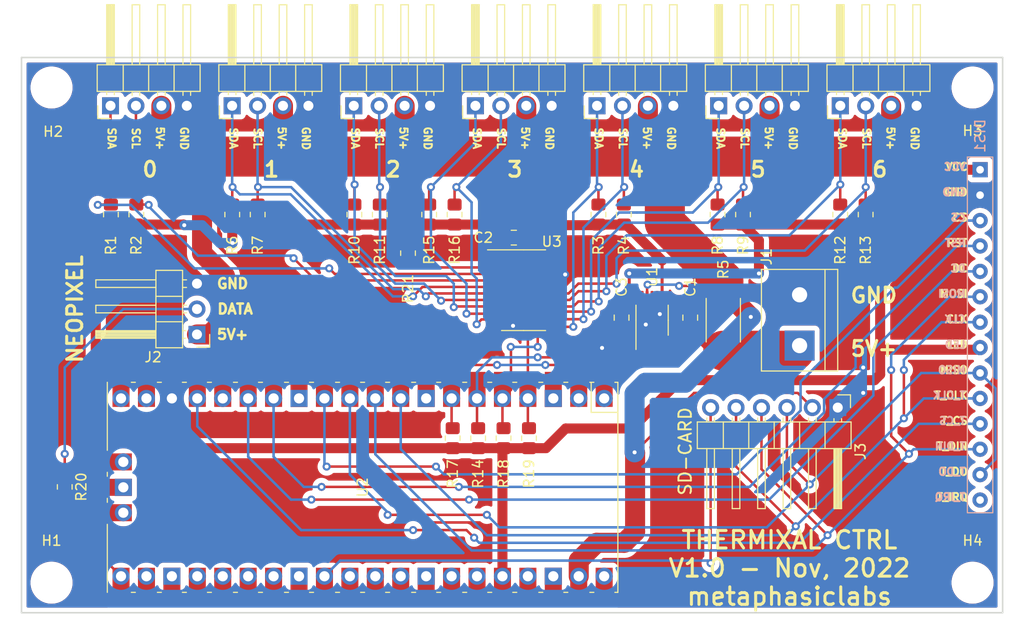
<source format=kicad_pcb>
(kicad_pcb (version 20211014) (generator pcbnew)
  (layers (0 "F.Cu" signal) (31 "B.Cu" signal) (34 "B.Paste" user) (35 "F.Paste" user) (36 "B.SilkS" user "B.Silkscreen") (37 "F.SilkS" user "F.Silkscreen") (38 "B.Mask" user) (39 "F.Mask" user) (44 "Edge.Cuts" user))
  (net 0 "")
  (net 1 "GND")
  (net 2 "+3V3")
  (net 3 "5V")
  (net 4 "SC0")
  (net 5 "SD0")
  (net 6 "SC1")
  (net 7 "SD1")
  (net 8 "SC2")
  (net 9 "SD2")
  (net 10 "SC3")
  (net 11 "SD3")
  (net 12 "SC4")
  (net 13 "SD4")
  (net 14 "SC5")
  (net 15 "SD5")
  (net 16 "SC6")
  (net 17 "SD6")
  (net 18 "SC7")
  (net 19 "SD7")
  (net 20 "SCL_1")
  (net 21 "SDA_1")
  (net 22 "RST")
  (net 23 "DC")
  (net 24 "SPI_MOSI")
  (net 25 "SPI_CLK")
  (net 26 "SPI_MISO")
  (net 27 "T_CS")
  (net 29 "/+5V_PSU")
  (net 30 "SDA_0")
  (net 31 "SCL_0")
  (net 32 "TFT_CS")
  (net 42 "Net-(J2-Pad2)")
  (net 62 "NEOPIXEL")
  (net 63 "SD_CS")
  (net 64 "Net-(R21-Pad2)")
  (footprint "Capacitor_SMD:C_0805_2012Metric_Pad1.18x1.45mm_HandSolder" (layer "F.Cu") (at 49.1775 18.008 180)
    (fp_text reference "C2")
    (fp_text value "1uF")
  )
  (footprint "Connector_PinHeader_2.54mm:PinHeader_1x04_P2.54mm_Horizontal" (layer "F.Cu") (at 8.89 4.826 90)
    (fp_text reference "J4" hide)
    (fp_text value "Conn_01x04")
  )
  (footprint "Connector_PinHeader_2.54mm:PinHeader_1x04_P2.54mm_Horizontal" (layer "F.Cu") (at 21.039666 4.826 90)
    (fp_text reference "J5" hide)
    (fp_text value "Conn_01x04")
  )
  (footprint "Connector_PinHeader_2.54mm:PinHeader_1x04_P2.54mm_Horizontal" (layer "F.Cu") (at 33.189332 4.826 90)
    (fp_text reference "J6" hide)
    (fp_text value "Conn_01x04")
  )
  (footprint "Connector_PinHeader_2.54mm:PinHeader_1x04_P2.54mm_Horizontal" (layer "F.Cu") (at 45.338998 4.826 90)
    (fp_text reference "J7" hide)
    (fp_text value "Conn_01x04")
  )
  (footprint "Connector_PinHeader_2.54mm:PinHeader_1x04_P2.54mm_Horizontal" (layer "F.Cu") (at 57.488664 4.826 90)
    (fp_text reference "J8" hide)
    (fp_text value "Conn_01x04")
  )
  (footprint "Connector_PinHeader_2.54mm:PinHeader_1x04_P2.54mm_Horizontal" (layer "F.Cu") (at 69.63833 4.826 90)
    (fp_text reference "J9" hide)
    (fp_text value "Conn_01x04")
  )
  (footprint "Connector_PinHeader_2.54mm:PinHeader_1x04_P2.54mm_Horizontal" (layer "F.Cu") (at 81.788 4.826 90)
    (fp_text reference "J10" hide)
    (fp_text value "Conn_01x04")
  )
  (footprint "Resistor_SMD:R_0805_2012Metric_Pad1.20x1.40mm_HandSolder" (layer "F.Cu") (at 8.93 15.7 90)
    (fp_text reference "R1")
    (fp_text value "2.2K")
  )
  (footprint "Resistor_SMD:R_0805_2012Metric_Pad1.20x1.40mm_HandSolder" (layer "F.Cu") (at 11.47 15.7 90)
    (fp_text reference "R2")
    (fp_text value "2.2K")
  )
  (footprint "Resistor_SMD:R_0805_2012Metric_Pad1.20x1.40mm_HandSolder" (layer "F.Cu") (at 57.628 15.7 90)
    (fp_text reference "R3")
    (fp_text value "2.2K")
  )
  (footprint "Resistor_SMD:R_0805_2012Metric_Pad1.20x1.40mm_HandSolder" (layer "F.Cu") (at 60.168 15.7 90)
    (fp_text reference "R4")
    (fp_text value "2.2K")
  )
  (footprint "Resistor_SMD:R_0805_2012Metric_Pad1.20x1.40mm_HandSolder" (layer "F.Cu") (at 21.05 15.7 90)
    (fp_text reference "R6")
    (fp_text value "2.2K")
  )
  (footprint "Resistor_SMD:R_0805_2012Metric_Pad1.20x1.40mm_HandSolder" (layer "F.Cu") (at 23.59 15.7 90)
    (fp_text reference "R7")
    (fp_text value "2.2K")
  )
  (footprint "Resistor_SMD:R_0805_2012Metric_Pad1.20x1.40mm_HandSolder" (layer "F.Cu") (at 69.53 15.7 90)
    (fp_text reference "R8")
    (fp_text value "2.2K")
  )
  (footprint "Resistor_SMD:R_0805_2012Metric_Pad1.20x1.40mm_HandSolder" (layer "F.Cu") (at 72.07 15.7 90)
    (fp_text reference "R9")
    (fp_text value "2.2K")
  )
  (footprint "Resistor_SMD:R_0805_2012Metric_Pad1.20x1.40mm_HandSolder" (layer "F.Cu") (at 33.25 15.7 90)
    (fp_text reference "R10")
    (fp_text value "2.2K")
  )
  (footprint "Resistor_SMD:R_0805_2012Metric_Pad1.20x1.40mm_HandSolder" (layer "F.Cu") (at 35.79 15.7 90)
    (fp_text reference "R11")
    (fp_text value "2.2K")
  )
  (footprint "Resistor_SMD:R_0805_2012Metric_Pad1.20x1.40mm_HandSolder" (layer "F.Cu") (at 81.78 15.7 90)
    (fp_text reference "R12")
    (fp_text value "2.2K")
  )
  (footprint "Resistor_SMD:R_0805_2012Metric_Pad1.20x1.40mm_HandSolder" (layer "F.Cu") (at 84.32 15.7 90)
    (fp_text reference "R13")
    (fp_text value "2.2K")
  )
  (footprint "Resistor_SMD:R_0805_2012Metric_Pad1.20x1.40mm_HandSolder" (layer "F.Cu") (at 38.608 19.558 -90)
    (fp_text reference "R21")
    (fp_text value "10k")
  )
  (footprint "Resistor_SMD:R_0805_2012Metric_Pad1.20x1.40mm_HandSolder" (layer "F.Cu") (at 40.72 15.7 90)
    (fp_text reference "R15")
    (fp_text value "2.2K")
  )
  (footprint "Resistor_SMD:R_0805_2012Metric_Pad1.20x1.40mm_HandSolder" (layer "F.Cu") (at 43.26 15.7 90)
    (fp_text reference "R16")
    (fp_text value "2.2K")
  )
  (footprint "Resistor_SMD:R_0805_2012Metric_Pad1.20x1.40mm_HandSolder" (layer "F.Cu") (at 48.1506 38.056 90)
    (fp_text reference "R18")
    (fp_text value "2.2K")
  )
  (footprint "Resistor_SMD:R_0805_2012Metric_Pad1.20x1.40mm_HandSolder" (layer "F.Cu") (at 50.6906 38.056 90)
    (fp_text reference "R19")
    (fp_text value "2.2K")
  )
  (footprint "MountingHole:MountingHole_3.2mm_M3" (layer "F.Cu") (at 3 52.5)
    (fp_text reference "H1")
    (fp_text value "MountingHole")
  )
  (footprint "MountingHole:MountingHole_3.2mm_M3" (layer "F.Cu") (at 3 3)
    (fp_text reference "H2")
    (fp_text value "MountingHole")
  )
  (footprint "MountingHole:MountingHole_3.2mm_M3" (layer "F.Cu") (at 95 3)
    (fp_text reference "H3")
    (fp_text value "MountingHole")
  )
  (footprint "MountingHole:MountingHole_3.2mm_M3" (layer "F.Cu") (at 95 52.5)
    (fp_text reference "H4")
    (fp_text value "MountingHole")
  )
  (footprint "Resistor_SMD:R_0805_2012Metric_Pad1.20x1.40mm_HandSolder" (layer "F.Cu") (at 43.0706 38.056 -90)
    (fp_text reference "R17")
    (fp_text value "2.2K")
  )
  (footprint "MCU_RaspberryPi_and_Boards:RPi_Pico_SMD_TH" (layer "F.Cu") (at 34.07 42.9676 -90)
    (fp_text reference "U2")
    (fp_text value "Pico")
  )
  (footprint "Resistor_SMD:R_0805_2012Metric_Pad1.20x1.40mm_HandSolder" (layer "F.Cu") (at 4.318 42.926 -90)
    (fp_text reference "R20")
    (fp_text value "500")
  )
  (footprint "Resistor_SMD:R_0805_2012Metric_Pad1.20x1.40mm_HandSolder" (layer "F.Cu") (at 45.6106 38.056 -90)
    (fp_text reference "R14")
    (fp_text value "2.2K")
  )
  (footprint "Capacitor_SMD:C_0805_2012Metric_Pad1.18x1.45mm_HandSolder" (layer "F.Cu") (at 66.798 26.006 90)
    (fp_text reference "C1")
    (fp_text value "1uF")
  )
  (footprint "Package_SO:VSSOP-10_3x3mm_P0.5mm" (layer "F.Cu") (at 62.988 26.26 90)
    (fp_text reference "U1")
    (fp_text value "INA226")
  )
  (footprint "Capacitor_SMD:C_0805_2012Metric_Pad1.18x1.45mm_HandSolder" (layer "F.Cu") (at 59.94 26.006 -90)
    (fp_text reference "C3")
    (fp_text value "1uF")
  )
  (footprint "Connector_PinHeader_2.54mm:PinHeader_1x03_P2.54mm_Horizontal" (layer "F.Cu") (at 17.526 27.686 180)
    (fp_text reference "J2")
    (fp_text value "Conn_01x03")
  )
  (footprint "Resistor_SMD:R_2512_6332Metric_Pad1.40x3.35mm_HandSolder" (layer "F.Cu") (at 70.1 26.26 -90)
    (fp_text reference "R5")
    (fp_text value "?")
  )
  (footprint "Connector_PinHeader_2.54mm:PinHeader_1x06_P2.54mm_Horizontal" (layer "F.Cu") (at 81.534 34.995 -90)
    (fp_text reference "J3")
    (fp_text value "Conn_01x06")
  )
  (footprint "Package_SO:TSSOP-24_4.4x7.8mm_P0.65mm" (layer "F.Cu") (at 50.15 23.26)
    (fp_text reference "U3")
    (fp_text value "TCA9548APWR")
  )
  (footprint "TerminalBlock:TerminalBlock_bornier-2_P5.08mm" (layer "F.Cu") (at 77.72 28.8 90)
    (fp_text reference "J1")
    (fp_text value "Conn_01x02")
  )
  (footprint "General:TFT_SPI" (layer "B.Cu") (at 95.75 11.22 -90)
    (fp_text reference "DIS1")
    (fp_text value "TFT_SPI")
  )
  (gr_line locked (start 98 0) (end 98 55.5) (layer "Edge.Cuts") (width 0.15))
  (gr_line locked (start 98 55.5) (end 0 55.5) (layer "Edge.Cuts") (width 0.15))
  (gr_line locked (start 0 55.5) (end 0 0) (layer "Edge.Cuts") (width 0.15))
  (gr_line locked (start 0 0) (end 98 0) (layer "Edge.Cuts") (width 0.15))
  (gr_text "RST" (at 93.271572 18.542) (layer "B.SilkS") (effects (font (size 0.75 0.75) (thickness 0.1875)) (justify mirror)))
  (gr_text "GND" (at 93.146572 13.462) (layer "B.SilkS") (effects (font (size 0.75 0.75) (thickness 0.1875)) (justify mirror)))
  (gr_text "VCC" (at 93.218 10.922) (layer "B.SilkS") (effects (font (size 0.75 0.75) (thickness 0.1875)) (justify mirror)))
  (gr_text "T_CLK" (at 92.664429 33.782) (layer "B.SilkS") (effects (font (size 0.75 0.75) (thickness 0.1875)) (justify mirror)))
  (gr_text "T_DIN" (at 92.771572 38.862) (layer "B.SilkS") (effects (font (size 0.75 0.75) (thickness 0.1875)) (justify mirror)))
  (gr_text "T_CS" (at 92.985857 36.322) (layer "B.SilkS") (effects (font (size 0.75 0.75) (thickness 0.1875)) (justify mirror)))
  (gr_text "CLK\n" (at 93.235857 26.162) (layer "B.SilkS") (effects (font (size 0.75 0.75) (thickness 0.1875)) (justify mirror)))
  (gr_text "MOSI\n" (at 92.932286 23.622) (layer "B.SilkS") (effects (font (size 0.75 0.75) (thickness 0.1875)) (justify mirror)))
  (gr_text "T_DO" (at 92.950143 41.402) (layer "B.SilkS") (effects (font (size 0.75 0.75) (thickness 0.1875)) (justify mirror)))
  (gr_text "DC" (at 93.539429 21.082) (layer "B.SilkS") (effects (font (size 0.75 0.75) (thickness 0.1875)) (justify mirror)))
  (gr_text "MISO" (at 92.932286 31.242) (layer "B.SilkS") (effects (font (size 0.75 0.75) (thickness 0.1875)) (justify mirror)))
  (gr_text "LED" (at 93.271572 28.702) (layer "B.SilkS") (effects (font (size 0.75 0.75) (thickness 0.1875)) (justify mirror)))
  (gr_text "CS" (at 93.557286 16.002) (layer "B.SilkS") (effects (font (size 0.75 0.75) (thickness 0.1875)) (justify mirror)))
  (gr_text "T_IRQ\n" (at 92.771572 43.942) (layer "B.SilkS") (effects (font (size 0.75 0.75) (thickness 0.1875)) (justify mirror)))
  (gr_text "2" (at 37.13 11.19) (layer "F.SilkS") (effects (font (size 1.5 1.5) (thickness 0.3))))
  (gr_text "GND" (at 93.339 13.462) (layer "F.SilkS") (effects (font (size 0.75 0.75) (thickness 0.1875))))
  (gr_text "3" (at 49.28 11.19) (layer "F.SilkS") (effects (font (size 1.5 1.5) (thickness 0.3))))
  (gr_text "MISO" (at 93.124714 31.242) (layer "F.SilkS") (effects (font (size 0.75 0.75) (thickness 0.1875))))
  (gr_text "RST" (at 93.464 18.542) (layer "F.SilkS") (effects (font (size 0.75 0.75) (thickness 0.1875))))
  (gr_text "MOSI\n" (at 93.124714 23.622) (layer "F.SilkS") (effects (font (size 0.75 0.75) (thickness 0.1875))))
  (gr_text "LED" (at 93.464 28.702) (layer "F.SilkS") (effects (font (size 0.75 0.75) (thickness 0.1875))))
  (gr_text "GND\n" (at 85.14 23.776) (layer "F.SilkS") (effects (font (size 1.5 1.5) (thickness 0.3))))
  (gr_text "CS" (at 93.749714 16.002) (layer "F.SilkS") (effects (font (size 0.75 0.75) (thickness 0.1875))))
  (gr_text "6" (at 85.73 11.19) (layer "F.SilkS") (effects (font (size 1.5 1.5) (thickness 0.3))))
  (gr_text "DC" (at 93.731857 21.082) (layer "F.SilkS") (effects (font (size 0.75 0.75) (thickness 0.1875))))
  (gr_text "T_IRQ\n" (at 92.964 43.942) (layer "F.SilkS") (effects (font (size 0.75 0.75) (thickness 0.1875))))
  (gr_text "GND\n\n5V+\n\nSCL\n\nSDA" (at 24.791666 8.08 270) (layer "F.SilkS") (effects (font (size 0.75 0.75) (thickness 0.1875))))
  (gr_text "GND\n\n5V+\n\nSCL\n\nSDA" (at 36.953332 8.08 270) (layer "F.SilkS") (effects (font (size 0.75 0.75) (thickness 0.1875))))
  (gr_text "VCC" (at 93.410428 10.922) (layer "F.SilkS") (effects (font (size 0.75 0.75) (thickness 0.1875))))
  (gr_text "0" (at 12.83 11.19) (layer "F.SilkS") (effects (font (size 1.5 1.5) (thickness 0.3))))
  (gr_text "T_DIN" (at 92.964 38.862) (layer "F.SilkS") (effects (font (size 0.75 0.75) (thickness 0.1875))))
  (gr_text "GND\n\n5V+\n\nSCL\n\nSDA" (at 73.43833 8.08 270) (layer "F.SilkS") (effects (font (size 0.75 0.75) (thickness 0.1875))))
  (gr_text "GND\n\n5V+\n\nSCL\n\nSDA" (at 12.63 8.08 270) (layer "F.SilkS") (effects (font (size 0.75 0.75) (thickness 0.1875))))
  (gr_text "1" (at 24.98 11.19) (layer "F.SilkS") (effects (font (size 1.5 1.5) (thickness 0.3))))
  (gr_text "T_CLK" (at 92.856857 33.782) (layer "F.SilkS") (effects (font (size 0.75 0.75) (thickness 0.1875))))
  (gr_text "GND\n\n5V+\n\nSCL\n\nSDA" (at 85.6 8.08 270) (layer "F.SilkS") (effects (font (size 0.75 0.75) (thickness 0.1875))))
  (gr_text "DATA" (at 21.336 25.146) (layer "F.SilkS") (effects (font (size 1 1) (thickness 0.25))))
  (gr_text "5" (at 73.58 11.19) (layer "F.SilkS") (effects (font (size 1.5 1.5) (thickness 0.3))))
  (gr_text "SD-CARD" (at 66.294 39.37 90) (layer "F.SilkS") (effects (font (size 1.25 1.25) (thickness 0.1875))))
  (gr_text "NEOPIXEL" (at 5.334 25.146 90) (layer "F.SilkS") (effects (font (size 1.5 1.5) (thickness 0.3))))
  (gr_text "T_CS" (at 93.178285 36.322) (layer "F.SilkS") (effects (font (size 0.75 0.75) (thickness 0.1875))))
  (gr_text "T_DO" (at 93.142571 41.402) (layer "F.SilkS") (effects (font (size 0.75 0.75) (thickness 0.1875))))
  (gr_text "5V+" (at 85.14 29.11) (layer "F.SilkS") (effects (font (size 1.5 1.5) (thickness 0.3))))
  (gr_text "GND\n\n5V+\n\nSCL\n\nSDA" (at 61.276664 8.08 270) (layer "F.SilkS") (effects (font (size 0.75 0.75) (thickness 0.1875))))
  (gr_text "CLK\n" (at 93.428285 26.162) (layer "F.SilkS") (effects (font (size 0.75 0.75) (thickness 0.1875))))
  (gr_text "GND\n" (at 21.082 22.606) (layer "F.SilkS") (effects (font (size 1 1) (thickness 0.25))))
  (gr_text "4" (at 61.43 11.19) (layer "F.SilkS") (effects (font (size 1.5 1.5) (thickness 0.3))))
  (gr_text "GND\n\n5V+\n\nSCL\n\nSDA" (at 49.114998 8.08 270) (layer "F.SilkS") (effects (font (size 0.75 0.75) (thickness 0.1875))))
  (gr_text "THERMIXAL CTRL\nV1.0 - Nov, 2022\nmetaphasiclabs\n" (at 76.708 51.054) (layer "F.SilkS") (effects (font (size 1.75 1.75) (thickness 0.3))))
  (gr_text "5V+" (at 21.082 27.686) (layer "F.SilkS") (effects (font (size 1 1) (thickness 0.25))))
  (segment (start 47.975361 26.835) (end 47.2875 26.835) (width 0.25) (layer "F.Cu") (net 1))
  (segment (start 49.0982 25.712161) (end 48.33988 26.47048) (width 0.25) (layer "F.Cu") (net 1))
  (segment (start 47.2875 19.685) (end 47.2875 20.335) (width 0.25) (layer "F.Cu") (net 1))
  (segment (start 57.9882 28.9953) (end 59.94 27.0435) (width 0.25) (layer "F.Cu") (net 1))
  (segment (start 47.244 19.6415) (end 47.2875 19.685) (width 0.25) (layer "F.Cu") (net 1))
  (segment (start 47.244 18.904) (end 47.244 19.6415) (width 0.25) (layer "F.Cu") (net 1))
  (segment (start 81.534 34.995) (end 82.607 34.995) (width 0.25) (layer "F.Cu") (net 1))
  (segment (start 62.488 28.46) (end 62.488 26.8264) (width 0.25) (layer "F.Cu") (net 1))
  (segment (start 84.074 30.988) (end 84.074 30.074) (width 0.25) (layer "F.Cu") (net 1))
  (segment (start 63.488 25.379402) (end 63.758299 25.649701) (width 0.25) (layer "F.Cu") (net 1))
  (segment (start 48.14 19.0062) (end 49.0982 19.9644) (width 0.25) (layer "F.Cu") (net 1))
  (segment (start 63.488 24.06) (end 63.488 25.379402) (width 0.25) (layer "F.Cu") (net 1))
  (segment (start 62.0089 27.0435) (end 59.94 27.0435) (width 0.25) (layer "F.Cu") (net 1))
  (segment (start 53.0125 21.635) (end 54.2486 21.635) (width 0.25) (layer "F.Cu") (net 1))
  (segment (start 49.0982 19.9644) (end 49.0982 25.712161) (width 0.25) (layer "F.Cu") (net 1))
  (segment (start 84.074 30.074) (end 77.72 23.72) (width 0.25) (layer "F.Cu") (net 1))
  (segment (start 61.988 28.46) (end 61.988 27.0644) (width 0.25) (layer "F.Cu") (net 1))
  (segment (start 54.2486 21.635) (end 54.3052 21.6916) (width 0.25) (layer "F.Cu") (net 1))
  (segment (start 48.33988 26.47048) (end 48.6918 26.8224) (width 0.25) (layer "F.Cu") (net 1))
  (segment (start 57.9882 29.0322) (end 57.9882 28.9953) (width 0.25) (layer "F.Cu") (net 1))
  (segment (start 48.14 18.008) (end 47.244 18.904) (width 0.25) (layer "F.Cu") (net 1))
  (segment (start 48.33988 26.47048) (end 47.975361 26.835) (width 0.25) (layer "F.Cu") (net 1))
  (segment (start 48.6918 26.8224) (end 49.0982 26.8224) (width 0.25) (layer "F.Cu") (net 1))
  (segment (start 62.488 26.8264) (end 62.357 26.6954) (width 0.25) (layer "F.Cu") (net 1))
  (segment (start 61.988 27.0644) (end 62.0089 27.0435) (width 0.25) (layer "F.Cu") (net 1))
  (segment (start 82.607 34.995) (end 84.074 33.528) (width 0.25) (layer "F.Cu") (net 1))
  (segment (start 48.14 18.008) (end 48.14 19.0062) (width 0.25) (layer "F.Cu") (net 1))
  (segment (start 62.357 26.6954) (end 62.0089 27.0435) (width 0.25) (layer "F.Cu") (net 1))
  (via (at 49.0982 26.8224) (size 0.8) (drill 0.4) (layers "F.Cu" "B.Cu") (net 1))
  (via (at 54.3052 21.6916) (size 0.8) (drill 0.4) (layers "F.Cu" "B.Cu") (net 1))
  (via (at 62.357 26.6954) (size 0.8) (drill 0.4) (layers "F.Cu" "B.Cu") (net 1))
  (via (at 57.9882 29.0322) (size 0.8) (drill 0.4) (layers "F.Cu" "B.Cu") (net 1))
  (via (at 84.074 33.528) (size 0.8) (drill 0.4) (layers "F.Cu" "B.Cu") (net 1))
  (via (at 63.758299 25.649701) (size 0.8) (drill 0.4) (layers "F.Cu" "B.Cu") (net 1))
  (via (at 84.074 30.988) (size 0.8) (drill 0.4) (layers "F.Cu" "B.Cu") (net 1))
  (segment (start 53.213 29.083) (end 50.9524 26.8224) (width 0.25) (layer "B.Cu") (net 1))
  (segment (start 76.9108 22.9108) (end 67.2846 22.9108) (width 0.25) (layer "B.Cu") (net 1))
  (segment (start 54.3052 28.2956) (end 53.5178 29.083) (width 0.25) (layer "B.Cu") (net 1))
  (segment (start 57.9374 29.083) (end 53.5178 29.083) (width 0.25) (layer "B.Cu") (net 1))
  (segment (start 57.9882 29.0322) (end 57.9374 29.083) (width 0.25) (layer "B.Cu") (net 1))
  (segment (start 77.72 23.72) (end 76.9108 22.9108) (width 0.25) (layer "B.Cu") (net 1))
  (segment (start 54.3052 21.6916) (end 54.3052 28.2956) (width 0.25) (layer "B.Cu") (net 1))
  (segment (start 63.758299 25.649701) (end 64.029298 25.9207) (width 0.25) (layer "B.Cu") (net 1))
  (segment (start 64.2747 25.9207) (end 63.5 26.6954) (width 0.25) (layer "B.Cu") (net 1))
  (segment (start 50.9524 26.8224) (end 49.0982 26.8224) (width 0.25) (layer "B.Cu") (net 1))
  (segment (start 64.029298 25.9207) (end 64.2747 25.9207) (width 0.25) (layer "B.Cu") (net 1))
  (segment (start 67.2846 22.9108) (end 64.2747 25.9207) (width 0.25) (layer "B.Cu") (net 1))
  (segment (start 84.074 33.528) (end 84.074 30.988) (width 0.25) (layer "B.Cu") (net 1))
  (segment (start 53.5178 29.083) (end 53.213 29.083) (width 0.25) (layer "B.Cu") (net 1))
  (segment (start 63.5 26.6954) (end 62.357 26.6954) (width 0.25) (layer "B.Cu") (net 1))
  (segment (start 85.207922 32.258) (end 65.786 32.258) (width 1) (layer "F.Cu") (net 2))
  (segment (start 50.215 16.841) (end 50.292 16.764) (width 1) (layer "F.Cu") (net 2))
  (segment (start 15.942 39.056) (end 13.462 36.576) (width 1) (layer "F.Cu") (net 2))
  (segment (start 21.05 18.51) (end 21.05 16.7) (width 1) (layer "F.Cu") (net 2))
  (segment (start 84.32 16.7) (end 90.868 16.7) (width 1) (layer "F.Cu") (net 2))
  (segment (start 7.4168 34.8742) (end 7.4168 18.2132) (width 1) (layer "F.Cu") (net 2))
  (segment (start 43.0706 39.056) (end 15.942 39.056) (width 1) (layer "F.Cu") (net 2))
  (segment (start 60.706 24.2025) (end 59.94 24.9685) (width 0.3) (layer "F.Cu") (net 2))
  (segment (start 63.988 20.3) (end 63.988 24.06) (width 0.3) (layer "F.Cu") (net 2))
  (segment (start 60.96 37.084) (end 54.356 37.084) (width 1) (layer "F.Cu") (net 2))
  (segment (start 38.608 19.066) (end 38.608 16.8) (width 1) (layer "F.Cu") (net 2))
  (segment (start 60.388 16.7) (end 62.611 18.923) (width 1) (layer "F.Cu") (net 2))
  (segment (start 45.784 16.7) (end 46.99 15.494) (width 1) (layer "F.Cu") (net 2))
  (segment (start 72.07 16.7) (end 81.78 16.7) (width 1) (layer "F.Cu") (net 2))
  (segment (start 45.6106 39.056) (end 48.1506 39.056) (width 1) (layer "F.Cu") (net 2))
  (segment (start 52.832 16.764) (end 52.832 19.43548) (width 1) (layer "F.Cu") (net 2))
  (segment (start 60.706 21.59) (end 60.7314 21.5646) (width 1) (layer "F.Cu") (net 2))
  (segment (start 81.78 16.7) (end 84.32 16.7) (width 1) (layer "F.Cu") (net 2))
  (segment (start 43.0706 39.056) (end 45.6106 39.056) (width 1) (layer "F.Cu") (net 2))
  (segment (start 50.215 16.179) (end 50.215 18.008) (width 1) (layer "F.Cu") (net 2))
  (segment (start 73.66 18.29) (end 72.07 16.7) (width 1) (layer "F.Cu") (net 2))
  (segment (start 21.082 18.542) (end 21.05 18.51) (width 1) (layer "F.Cu") (net 2))
  (segment (start 60.706 21.59) (end 60.706 24.2025) (width 0.3) (layer "F.Cu") (net 2))
  (segment (start 49.53 15.494) (end 50.215 16.179) (width 1) (layer "F.Cu") (net 2))
  (segment (start 9.1186 36.576) (end 7.4168 34.8742) (width 1) (layer "F.Cu") (net 2))
  (segment (start 43.26 16.7) (end 45.784 16.7) (width 1) (layer "F.Cu") (net 2))
  (segment (start 16.192 16.7) (end 11.47 16.7) (width 1) (layer "F.Cu") (net 2))
  (segment (start 8.93 16.7) (end 11.47 16.7) (width 1) (layer "F.Cu") (net 2))
  (segment (start 52.384 39.056) (end 50.6906 39.056) (width 1) (layer "F.Cu") (net 2))
  (segment (start 95.54 29.21) (end 85.852 29.21) (width 1) (layer "F.Cu") (net 2))
  (segment (start 48.1506 39.056) (end 50.6906 39.056) (width 1) (layer "F.Cu") (net 2))
  (segment (start 85.852 29.21) (end 85.768489 29.293511) (width 1) (layer "F.Cu") (net 2))
  (segment (start 60.7314 21.5646) (end 63.7032 21.5646) (width 0.3) (layer "F.Cu") (net 2))
  (segment (start 35.79 16.7) (end 40.72 16.7) (width 1) (layer "F.Cu") (net 2))
  (segment (start 23.59 16.7) (end 33.25 16.7) (width 1) (layer "F.Cu") (net 2))
  (segment (start 7.4168 18.2132) (end 8.93 16.7) (width 1) (layer "F.Cu") (net 2))
  (segment (start 35.79 16.7) (end 33.25 16.7) (width 1) (layer "F.Cu") (net 2))
  (segment (start 40.72 16.7) (end 43.26 16.7) (width 1) (layer "F.Cu") (net 2))
  (segment (start 48.04 51.8576) (end 48.04 39.1666) (width 1) (layer "F.Cu") (net 2))
  (segment (start 62.611 18.923) (end 63.988 20.3) (width 1) (layer "F.Cu") (net 2))
  (segment (start 13.462 36.576) (end 9.1186 36.576) (width 1) (layer "F.Cu") (net 2))
  (segment (start 60.168 16.7) (end 60.388 16.7) (width 1) (layer "F.Cu") (net 2))
  (segment (start 54.356 37.084) (end 52.384 39.056) (width 1) (layer "F.Cu") (net 2))
  (segment (start 85.768489 22.217511) (end 85.768489 29.293511) (width 1) (layer "F.Cu") (net 2))
  (segment (start 57.564 16.764) (end 57.628 16.7) (width 1) (layer "F.Cu") (net 2))
  (segment (start 92.92 11.22) (end 95.75 11.22) (width 1) (layer "F.Cu") (net 2))
  (segment (start 95.75 29) (end 95.54 29.21) (width 1) (layer "F.Cu") (net 2))
  (segment (start 85.768489 31.697433) (end 85.207922 32.258) (width 1) (layer "F.Cu") (net 2))
  (segment (start 50.292 16.764) (end 52.832 16.764) (width 1) (layer "F.Cu") (net 2))
  (segment (start 46.99 15.494) (end 49.53 15.494) (width 1) (layer "F.Cu") (net 2))
  (segment (start 90.868 16.7) (end 91.077 16.909) (width 1) (layer "F.Cu") (net 2))
  (segment (start 91.077 13.063) (end 92.92 11.22) (width 1) (layer "F.Cu") (net 2))
  (segment (start 73.66 21.59) (end 73.66 18.29) (width 1) (layer "F.Cu") (net 2))
  (segment (start 48.04 39.1666) (end 48.1506 39.056) (width 1) (layer "F.Cu") (net 2))
  (segment (start 85.768489 29.293511) (end 85.768489 31.697433) (width 1) (layer "F.Cu") (net 2))
  (segment (start 65.786 32.258) (end 60.96 37.084) (width 1) (layer "F.Cu") (net 2))
  (segment (start 57.628 16.7) (end 60.168 16.7) (width 1) (layer "F.Cu") (net 2))
  (segment (start 91.077 16.909) (end 91.077 13.063) (width 1) (layer "F.Cu") (net 2))
  (segment (start 16.256 16.764) (end 16.192 16.7) (width 1) (layer "F.Cu") (net 2))
  (segment (start 21.05 16.7) (end 23.59 16.7) (width 1) (layer "F.Cu") (net 2))
  (segment (start 91.077 16.909) (end 85.768489 22.217511) (width 1) (layer "F.Cu") (net 2))
  (segment (start 38.608 16.8) (end 38.708 16.7) (width 1) (layer "F.Cu") (net 2))
  (segment (start 52.832 16.764) (end 57.564 16.764) (width 1) (layer "F.Cu") (net 2))
  (segment (start 50.215 18.008) (end 50.215 16.841) (width 1) (layer "F.Cu") (net 2))
  (segment (start 38.708 16.7) (end 40.72 16.7) (width 1) (layer "F.Cu") (net 2))
  (segment (start 72.07 16.7) (end 69.53 16.7) (width 1) (layer "F.Cu") (net 2))
  (via (at 73.66 21.59) (size 0.8) (drill 0.4) (layers "F.Cu" "B.Cu") (net 2))
  (via (at 16.256 16.764) (size 0.8) (drill 0.4) (layers "F.Cu" "B.Cu") (net 2))
  (via (at 21.082 18.542) (size 0.8) (drill 0.4) (layers "F.Cu" "B.Cu") (net 2))
  (via (at 60.706 21.59) (size 0.8) (drill 0.4) (layers "F.Cu" "B.Cu") (net 2))
  (segment (start 16.256 16.764) (end 18.034 16.764) (width 1) (layer "B.Cu") (net 2))
  (segment (start 19.812 18.542) (end 21.082 18.542) (width 1) (layer "B.Cu") (net 2))
  (segment (start 60.706 21.59) (end 73.66 21.59) (width 1) (layer "B.Cu") (net 2))
  (segment (start 18.034 16.764) (end 19.812 18.542) (width 1) (layer "B.Cu") (net 2))
  (segment (start 64.262 16.51) (end 64.262 9.906) (width 4) (layer "F.Cu") (net 3))
  (segment (start 51.054 9.906) (end 64.262 9.906) (width 4) (layer "F.Cu") (net 3))
  (segment (start 18.796 27.686) (end 20.32 26.162) (width 2) (layer "F.Cu") (net 3))
  (segment (start 78.994 34.995) (end 77.527 33.528) (width 0.25) (layer "F.Cu") (net 3))
  (segment (start 20.32 26.162) (end 20.32 21.844) (width 2) (layer "F.Cu") (net 3))
  (segment (start 18.288 9.906) (end 25.908 9.906) (width 4) (layer "F.Cu") (net 3))
  (segment (start 74.71833 9.44033) (end 75.184 9.906) (width 2) (layer "F.Cu") (net 3))
  (segment (start 77.527 33.528) (end 67.183 33.528) (width 0.25) (layer "F.Cu") (net 3))
  (segment (start 62.568664 4.826) (end 62.568664 8.212664) (width 2) (layer "F.Cu") (net 3))
  (segment (start 64.262 9.906) (end 75.184 9.906) (width 4) (layer "F.Cu") (net 3))
  (segment (start 66.798 24.896) (end 68.484 23.21) (width 1) (layer "F.Cu") (net 3))
  (segment (start 61.2902 39.5224) (end 61.2902 47.4218) (width 2) (layer "F.Cu") (net 3))
  (segment (start 38.269332 4.826) (end 38.269332 9.313332) (width 2) (layer "F.Cu") (net 3))
  (segment (start 18.034 10.16) (end 18.288 9.906) (width 2) (layer "F.Cu") (net 3))
  (segment (start 68.6689 20.9169) (end 64.262 16.51) (width 4) (layer "F.Cu") (net 3))
  (segment (start 13.97 9.906) (end 18.288 9.906) (width 4) (layer "F.Cu") (net 3))
  (segment (start 65.6844 22.8346) (end 66.7512 22.8346) (width 0.25) (layer "F.Cu") (net 3))
  (segment (start 62.488 22.7544) (end 62.5348 22.7076) (width 0.25) (layer "F.Cu") (net 3))
  (segment (start 18.034 19.558) (end 18.034 10.16) (width 2) (layer "F.Cu") (net 3))
  (segment (start 50.418998 4.826) (end 50.418998 9.270998) (width 2) (layer "F.Cu") (net 3))
  (segment (start 61.2902 47.4218) (end 60.198 48.514) (width 2) (layer "F.Cu") (net 3))
  (segment (start 86.868 9.906) (end 86.868 4.826) (width 2) (layer "F.Cu") (net 3))
  (segment (start 72.8472 25.9334) (end 72.8234 25.9334) (width 2) (layer "F.Cu") (net 3))
  (segment (start 38.269332 9.313332) (end 38.862 9.906) (width 2) (layer "F.Cu") (net 3))
  (segment (start 38.862 9.906) (end 51.054 9.906) (width 4) (layer "F.Cu") (net 3))
  (segment (start 57.444578 48.514) (end 55.66 50.298578) (width 2) (layer "F.Cu") (net 3))
  (segment (start 62.568664 8.212664) (end 64.262 9.906) (width 2) (layer "F.Cu") (net 3))
  (segment (start 17.526 27.686) (end 18.796 27.686) (width 2) (layer "F.Cu") (net 3))
  (segment (start 62.488 24.06) (end 62.488 22.7544) (width 0.25) (layer "F.Cu") (net 3))
  (segment (start 72.8234 25.9334) (end 70.1 23.21) (width 2) (layer "F.Cu") (net 3))
  (segment (start 75.184 9.906) (end 86.868 9.906) (width 4) (layer "F.Cu") (net 3))
  (segment (start 55.66 50.298578) (end 55.66 51.8576) (width 2) (layer "F.Cu") (net 3))
  (segment (start 70.1 23.21) (end 70.1 22.348) (width 4) (layer "F.Cu") (net 3))
  (segment (start 70.1 22.348) (end 68.6689 20.9169) (width 4) (layer "F.Cu") (net 3))
  (segment (start 67.183 33.528) (end 61.2394 39.4716) (width 0.25) (layer "F.Cu") (net 3))
  (segment (start 26.119666 4.826) (end 26.119666 9.694334) (width 2) (layer "F.Cu") (net 3))
  (segment (start 26.119666 9.694334) (end 25.908 9.906) (width 2) (layer "F.Cu") (net 3))
  (segment (start 25.908 9.906) (end 38.862 9.906) (width 4) (layer "F.Cu") (net 3))
  (segment (start 66.7512 22.8346) (end 68.6689 20.9169) (width 0.25) (layer "F.Cu") (net 3))
  (segment (start 74.71833 4.826) (end 74.71833 9.44033) (width 2) (layer "F.Cu") (net 3))
  (segment (start 50.418998 9.270998) (end 51.054 9.906) (width 2) (layer "F.Cu") (net 3))
  (segment (start 20.32 21.844) (end 18.034 19.558) (width 2) (layer "F.Cu") (net 3))
  (segment (start 13.97 4.826) (end 13.97 9.906) (width 2) (layer "F.Cu") (net 3))
  (segment (start 60.198 48.514) (end 57.444578 48.514) (width 2) (layer "F.Cu") (net 3))
  (segment (start 61.2394 39.4716) (end 61.2902 39.5224) (width 2) (layer "F.Cu") (net 3))
  (via (at 62.5348 22.7076) (size 0.8) (drill 0.4) (layers "F.Cu" "B.Cu") (net 3))
  (via (at 61.2394 39.4716) (size 0.8) (drill 0.4) (layers "F.Cu" "B.Cu") (net 3))
  (via (at 72.8472 25.9334) (size 0.8) (drill 0.4) (layers "F.Cu" "B.Cu") (net 3))
  (via (at 65.6844 22.8346) (size 0.8) (drill 0.4) (layers "F.Cu" "B.Cu") (net 3))
  (segment (start 72.8472 25.9334) (end 72.8472 25.9588) (width 2) (layer "B.Cu") (net 3))
  (segment (start 72.8472 25.9588) (end 66.294 32.512) (width 2) (layer "B.Cu") (net 3))
  (segment (start 62.3316 32.512) (end 61.2394 33.6042) (width 2) (layer "B.Cu") (net 3))
  (segment (start 62.5348 22.7076) (end 65.5574 22.7076) (width 0.25) (layer "B.Cu") (net 3))
  (segment (start 61.2394 33.6042) (end 61.2394 39.4716) (width 2) (layer "B.Cu") (net 3))
  (segment (start 65.5574 22.7076) (end 65.6844 22.8346) (width 0.25) (layer "B.Cu") (net 3))
  (segment (start 66.294 32.512) (end 62.3316 32.512) (width 2) (layer "B.Cu") (net 3))
  (segment (start 11.43 14.66) (end 11.43 4.826) (width 0.25) (layer "F.Cu") (net 4))
  (segment (start 29.397 22.285) (end 47.2875 22.285) (width 0.25) (layer "F.Cu") (net 4))
  (segment (start 12.668 14.7) (end 11.47 14.7) (width 0.25) (layer "F.Cu") (net 4))
  (segment (start 27.178 20.066) (end 29.397 22.285) (width 0.25) (layer "F.Cu") (net 4))
  (segment (start 11.47 14.7) (end 11.43 14.66) (width 0.25) (layer "F.Cu") (net 4))
  (segment (start 12.7 14.732) (end 12.668 14.7) (width 0.25) (layer "F.Cu") (net 4))
  (via (at 27.178 20.066) (size 0.8) (drill 0.4) (layers "F.Cu" "B.Cu") (net 4))
  (via (at 12.7 14.732) (size 0.8) (drill 0.4) (layers "F.Cu" "B.Cu") (net 4))
  (segment (start 12.7 14.732) (end 12.7 14.882047) (width 0.25) (layer "B.Cu") (net 4))
  (segment (start 26.924 19.812) (end 27.178 20.066) (width 0.25) (layer "B.Cu") (net 4))
  (segment (start 12.7 14.882047) (end 17.629953 19.812) (width 0.25) (layer "B.Cu") (net 4))
  (segment (start 17.629953 19.812) (end 26.924 19.812) (width 0.25) (layer "B.Cu") (net 4))
  (segment (start 8.89 14.66) (end 8.89 4.826) (width 0.25) (layer "F.Cu") (net 5))
  (segment (start 7.62 14.732) (end 7.652 14.7) (width 0.25) (layer "F.Cu") (net 5))
  (segment (start 7.652 14.7) (end 8.93 14.7) (width 0.25) (layer "F.Cu") (net 5))
  (segment (start 8.93 14.7) (end 8.89 14.66) (width 0.25) (layer "F.Cu") (net 5))
  (segment (start 30.734 21.082) (end 31.287 21.635) (width 0.25) (layer "F.Cu") (net 5))
  (segment (start 31.287 21.635) (end 47.2875 21.635) (width 0.25) (layer "F.Cu") (net 5))
  (via (at 7.62 14.732) (size 0.8) (drill 0.4) (layers "F.Cu" "B.Cu") (net 5))
  (via (at 30.734 21.082) (size 0.8) (drill 0.4) (layers "F.Cu" "B.Cu") (net 5))
  (segment (start 10.922 14.732) (end 17.272 21.082) (width 0.25) (layer "B.Cu") (net 5))
  (segment (start 17.272 21.082) (end 30.734 21.082) (width 0.25) (layer "B.Cu") (net 5))
  (segment (start 7.62 14.732) (end 10.922 14.732) (width 0.25) (layer "B.Cu") (net 5))
  (segment (start 40.386 23.876) (end 40.677 23.585) (width 0.25) (layer "F.Cu") (net 6))
  (segment (start 23.59 14.7) (end 23.59 12.986) (width 0.25) (layer "F.Cu") (net 6))
  (segment (start 23.59 12.986) (end 23.622 12.954) (width 0.25) (layer "F.Cu") (net 6))
  (segment (start 40.677 23.585) (end 47.2875 23.585) (width 0.25) (layer "F.Cu") (net 6))
  (via (at 40.386 23.876) (size 0.8) (drill 0.4) (layers "F.Cu" "B.Cu") (net 6))
  (via (at 23.622 12.954) (size 0.8) (drill 0.4) (layers "F.Cu" "B.Cu") (net 6))
  (segment (start 23.622 12.954) (end 23.579666 12.911666) (width 0.25) (layer "B.Cu") (net 6))
  (segment (start 37.121489 23.151489) (end 26.924 12.954) (width 0.25) (layer "B.Cu") (net 6))
  (segment (start 39.661489 23.151489) (end 37.121489 23.151489) (width 0.25) (layer "B.Cu") (net 6))
  (segment (start 23.579666 12.911666) (end 23.579666 4.826) (width 0.25) (layer "B.Cu") (net 6))
  (segment (start 40.386 23.876) (end 39.661489 23.151489) (width 0.25) (layer "B.Cu") (net 6))
  (segment (start 26.924 12.954) (end 23.622 12.954) (width 0.25) (layer "B.Cu") (net 6))
  (segment (start 21.05 14.7) (end 21.05 12.986) (width 0.25) (layer "F.Cu") (net 7))
  (segment (start 39.116 23.876) (end 40.057 22.935) (width 0.25) (layer "F.Cu") (net 7))
  (segment (start 21.05 12.986) (end 21.082 12.954) (width 0.25) (layer "F.Cu") (net 7))
  (segment (start 40.057 22.935) (end 47.2875 22.935) (width 0.25) (layer "F.Cu") (net 7))
  (via (at 21.082 12.954) (size 0.8) (drill 0.4) (layers "F.Cu" "B.Cu") (net 7))
  (via (at 39.116 23.876) (size 0.8) (drill 0.4) (layers "F.Cu" "B.Cu") (net 7))
  (segment (start 37.084 23.876) (end 26.886511 13.678511) (width 0.25) (layer "B.Cu") (net 7))
  (segment (start 21.039666 12.911666) (end 21.039666 4.826) (width 0.25) (layer "B.Cu") (net 7))
  (segment (start 21.082 12.954) (end 21.039666 12.911666) (width 0.25) (layer "B.Cu") (net 7))
  (segment (start 39.116 23.876) (end 37.084 23.876) (width 0.25) (layer "B.Cu") (net 7))
  (segment (start 21.806511 13.678511) (end 21.082 12.954) (width 0.25) (layer "B.Cu") (net 7))
  (segment (start 26.886511 13.678511) (end 21.806511 13.678511) (width 0.25) (layer "B.Cu") (net 7))
  (segment (start 43.2545 24.885) (end 47.2875 24.885) (width 0.25) (layer "F.Cu") (net 8))
  (segment (start 35.79 12.978) (end 35.814 12.954) (width 0.25) (layer "F.Cu") (net 8))
  (segment (start 43.18 24.9595) (end 43.2545 24.885) (width 0.25) (layer "F.Cu") (net 8))
  (segment (start 35.79 14.7) (end 35.79 12.978) (width 0.25) (layer "F.Cu") (net 8))
  (via (at 35.814 12.954) (size 0.8) (drill 0.4) (layers "F.Cu" "B.Cu") (net 8))
  (via (at 43.18 24.9595) (size 0.8) (drill 0.4) (layers "F.Cu" "B.Cu") (net 8))
  (segment (start 35.814 12.954) (end 35.729332 12.869332) (width 0.25) (layer "B.Cu") (net 8))
  (segment (start 43.18 24.9595) (end 43.18 22.606) (width 0.25) (layer "B.Cu") (net 8))
  (segment (start 42.418 21.844) (end 37.338 21.844) (width 0.25) (layer "B.Cu") (net 8))
  (segment (start 35.814 20.32) (end 35.814 12.954) (width 0.25) (layer "B.Cu") (net 8))
  (segment (start 43.18 22.606) (end 42.418 21.844) (width 0.25) (layer "B.Cu") (net 8))
  (segment (start 37.338 21.844) (end 35.814 20.32) (width 0.25) (layer "B.Cu") (net 8))
  (segment (start 35.729332 12.869332) (end 35.729332 4.826) (width 0.25) (layer "B.Cu") (net 8))
  (segment (start 41.9845 24.235) (end 47.2875 24.235) (width 0.25) (layer "F.Cu") (net 9))
  (segment (start 33.25 14.7) (end 33.25 12.724) (width 0.25) (layer "F.Cu") (net 9))
  (segment (start 41.91 24.3095) (end 41.9845 24.235) (width 0.25) (layer "F.Cu") (net 9))
  (segment (start 33.25 12.724) (end 33.274 12.7) (width 0.25) (layer "F.Cu") (net 9))
  (via (at 33.274 12.7) (size 0.8) (drill 0.4) (layers "F.Cu" "B.Cu") (net 9))
  (via (at 41.91 24.3095) (size 0.8) (drill 0.4) (layers "F.Cu" "B.Cu") (net 9))
  (segment (start 40.2065 22.606) (end 37.338 22.606) (width 0.25) (layer "B.Cu") (net 9))
  (segment (start 37.338 22.606) (end 33.274 18.542) (width 0.25) (layer "B.Cu") (net 9))
  (segment (start 41.91 24.3095) (end 40.2065 22.606) (width 0.25) (layer "B.Cu") (net 9))
  (segment (start 33.274 18.542) (end 33.274 12.7) (width 0.25) (layer "B.Cu") (net 9))
  (segment (start 33.189332 12.615332) (end 33.189332 4.826) (width 0.25) (layer "B.Cu") (net 9))
  (segment (start 33.274 12.7) (end 33.189332 12.615332) (width 0.25) (layer "B.Cu") (net 9))
  (segment (start 45.951 26.185) (end 47.2875 26.185) (width 0.25) (layer "F.Cu") (net 10))
  (segment (start 45.466 26.67) (end 45.951 26.185) (width 0.25) (layer "F.Cu") (net 10))
  (segment (start 43.26 13.128) (end 43.434 12.954) (width 0.25) (layer "F.Cu") (net 10))
  (segment (start 43.26 14.7) (end 43.26 13.128) (width 0.25) (layer "F.Cu") (net 10))
  (via (at 45.466 26.67) (size 0.8) (drill 0.4) (layers "F.Cu" "B.Cu") (net 10))
  (via (at 43.434 12.954) (size 0.8) (drill 0.4) (layers "F.Cu" "B.Cu") (net 10))
  (segment (start 43.434 12.954) (end 47.878998 8.509002) (width 0.25) (layer "B.Cu") (net 10))
  (segment (start 45.466 26.67) (end 45.466 22.098) (width 0.25) (layer "B.Cu") (net 10))
  (segment (start 45.466 22.098) (end 44.958 21.59) (width 0.25) (layer "B.Cu") (net 10))
  (segment (start 44.958 14.478) (end 43.434 12.954) (width 0.25) (layer "B.Cu") (net 10))
  (segment (start 47.878998 8.509002) (end 47.878998 4.826) (width 0.25) (layer "B.Cu") (net 10))
  (segment (start 44.958 21.59) (end 44.958 14.478) (width 0.25) (layer "B.Cu") (net 10))
  (segment (start 44.45 25.6095) (end 47.213 25.6095) (width 0.25) (layer "F.Cu") (net 11))
  (segment (start 40.72 14.7) (end 40.72 13.034) (width 0.25) (layer "F.Cu") (net 11))
  (segment (start 40.64 12.954) (end 40.894 12.954) (width 0.25) (layer "F.Cu") (net 11))
  (segment (start 47.213 25.6095) (end 47.2875 25.535) (width 0.25) (layer "F.Cu") (net 11))
  (segment (start 40.72 13.034) (end 40.64 12.954) (width 0.25) (layer "F.Cu") (net 11))
  (via (at 40.894 12.954) (size 0.8) (drill 0.4) (layers "F.Cu" "B.Cu") (net 11))
  (via (at 44.45 25.6095) (size 0.8) (drill 0.4) (layers "F.Cu" "B.Cu") (net 11))
  (segment (start 40.894 19.05) (end 40.894 12.954) (width 0.25) (layer "B.Cu") (net 11))
  (segment (start 44.45 25.6095) (end 44.45 22.606) (width 0.25) (layer "B.Cu") (net 11))
  (segment (start 40.894 12.954) (end 45.338998 8.509002) (width 0.25) (layer "B.Cu") (net 11))
  (segment (start 44.45 22.606) (end 40.894 19.05) (width 0.25) (layer "B.Cu") (net 11))
  (segment (start 45.338998 8.509002) (end 45.338998 4.826) (width 0.25) (layer "B.Cu") (net 11))
  (segment (start 53.0355 26.162) (end 53.0125 26.185) (width 0.25) (layer "F.Cu") (net 12))
  (segment (start 56.134 26.162) (end 53.0355 26.162) (width 0.25) (layer "F.Cu") (net 12))
  (segment (start 60.168 12.984) (end 60.198 12.954) (width 0.25) (layer "F.Cu") (net 12))
  (segment (start 60.168 14.7) (end 60.168 12.984) (width 0.25) (layer "F.Cu") (net 12))
  (via (at 56.134 26.162) (size 0.8) (drill 0.4) (layers "F.Cu" "B.Cu") (net 12))
  (via (at 60.198 12.954) (size 0.8) (drill 0.4) (layers "F.Cu" "B.Cu") (net 12))
  (segment (start 60.028664 12.784664) (end 60.028664 4.826) (width 0.25) (layer "B.Cu") (net 12))
  (segment (start 60.198 12.954) (end 56.134 17.018) (width 0.25) (layer "B.Cu") (net 12))
  (segment (start 56.134 17.018) (end 56.134 26.162) (width 0.25) (layer "B.Cu") (net 12))
  (segment (start 60.198 12.954) (end 60.028664 12.784664) (width 0.25) (layer "B.Cu") (net 12))
  (segment (start 57.628 14.7) (end 57.628 12.984) (width 0.25) (layer "F.Cu") (net 13))
  (segment (start 55.118 26.924) (end 53.1015 26.924) (width 0.25) (layer "F.Cu") (net 13))
  (segment (start 57.628 12.984) (end 57.658 12.954) (width 0.25) (layer "F.Cu") (net 13))
  (segment (start 53.1015 26.924) (end 53.0125 26.835) (width 0.25) (layer "F.Cu") (net 13))
  (via (at 57.658 12.954) (size 0.8) (drill 0.4) (layers "F.Cu" "B.Cu") (net 13))
  (via (at 55.118 26.924) (size 0.8) (drill 0.4) (layers "F.Cu" "B.Cu") (net 13))
  (segment (start 57.488664 12.784664) (end 57.488664 4.826) (width 0.25) (layer "B.Cu") (net 13))
  (segment (start 55.118 15.494) (end 55.118 26.924) (width 0.25) (layer "B.Cu") (net 13))
  (segment (start 57.658 12.954) (end 55.118 15.494) (width 0.25) (layer "B.Cu") (net 13))
  (segment (start 57.658 12.954) (end 57.488664 12.784664) (width 0.25) (layer "B.Cu") (net 13))
  (segment (start 57.658 24.384) (end 55.626 24.384) (width 0.25) (layer "F.Cu") (net 14))
  (segment (start 55.118 24.892) (end 53.0195 24.892) (width 0.25) (layer "F.Cu") (net 14))
  (segment (start 72.07 13.02) (end 72.136 12.954) (width 0.25) (layer "F.Cu") (net 14))
  (segment (start 55.626 24.384) (end 55.118 24.892) (width 0.25) (layer "F.Cu") (net 14))
  (segment (start 53.0195 24.892) (end 53.0125 24.885) (width 0.25) (layer "F.Cu") (net 14))
  (segment (start 72.07 14.7) (end 72.07 13.02) (width 0.25) (layer "F.Cu") (net 14))
  (via (at 57.658 24.384) (size 0.8) (drill 0.4) (layers "F.Cu" "B.Cu") (net 14))
  (via (at 72.136 12.954) (size 0.8) (drill 0.4) (layers "F.Cu" "B.Cu") (net 14))
  (segment (start 72.136 12.954) (end 68.58 16.51) (width 0.25) (layer "B.Cu") (net 14))
  (segment (start 60.198 16.51) (end 58.928 17.78) (width 0.25) (layer "B.Cu") (net 14))
  (segment (start 58.928 17.78) (end 57.658 19.05) (width 0.25) (layer "B.Cu") (net 14))
  (segment (start 72.136 12.954) (end 72.17833 12.91167) (width 0.25) (layer "B.Cu") (net 14))
  (segment (start 64.516 16.51) (end 60.198 16.51) (width 0.25) (layer "B.Cu") (net 14))
  (segment (start 57.658 19.05) (end 57.658 24.384) (width 0.25) (layer "B.Cu") (net 14))
  (segment (start 72.17833 12.91167) (end 72.17833 4.826) (width 0.25) (layer "B.Cu") (net 14))
  (segment (start 68.58 16.51) (end 64.516 16.51) (width 0.25) (layer "B.Cu") (net 14))
  (segment (start 69.53 13.02) (end 69.596 12.954) (width 0.25) (layer "F.Cu") (net 15))
  (segment (start 53.967 25.535) (end 53.0125 25.535) (width 0.25) (layer "F.Cu") (net 15))
  (segment (start 69.53 14.7) (end 69.53 13.02) (width 0.25) (layer "F.Cu") (net 15))
  (segment (start 54.102 25.4) (end 53.967 25.535) (width 0.25) (layer "F.Cu") (net 15))
  (segment (start 56.896 25.4) (end 54.102 25.4) (width 0.25) (layer "F.Cu") (net 15))
  (via (at 56.896 25.4) (size 0.8) (drill 0.4) (layers "F.Cu" "B.Cu") (net 15))
  (via (at 69.596 12.954) (size 0.8) (drill 0.4) (layers "F.Cu" "B.Cu") (net 15))
  (segment (start 69.596 12.954) (end 69.63833 12.91167) (width 0.25) (layer "B.Cu") (net 15))
  (segment (start 57.658 17.526) (end 56.896 18.288) (width 0.25) (layer "B.Cu") (net 15))
  (segment (start 56.896 18.288) (end 56.896 25.4) (width 0.25) (layer "B.Cu") (net 15))
  (segment (start 59.69 15.494) (end 57.658 17.526) (width 0.25) (layer "B.Cu") (net 15))
  (segment (start 69.596 12.954) (end 67.056 15.494) (width 0.25) (layer "B.Cu") (net 15))
  (segment (start 69.63833 12.91167) (end 69.63833 4.826) (width 0.25) (layer "B.Cu") (net 15))
  (segment (start 61.468 15.494) (end 59.69 15.494) (width 0.25) (layer "B.Cu") (net 15))
  (segment (start 67.056 15.494) (end 61.468 15.494) (width 0.25) (layer "B.Cu") (net 15))
  (segment (start 55.626 22.606) (end 54.647 23.585) (width 0.25) (layer "F.Cu") (net 16))
  (segment (start 84.32 12.962) (end 84.328 12.954) (width 0.25) (layer "F.Cu") (net 16))
  (segment (start 59.436 22.606) (end 55.626 22.606) (width 0.25) (layer "F.Cu") (net 16))
  (segment (start 84.32 14.7) (end 84.32 12.962) (width 0.25) (layer "F.Cu") (net 16))
  (segment (start 54.647 23.585) (end 53.0125 23.585) (width 0.25) (layer "F.Cu") (net 16))
  (via (at 84.328 12.954) (size 0.8) (drill 0.4) (layers "F.Cu" "B.Cu") (net 16))
  (via (at 59.436 22.606) (size 0.8) (drill 0.4) (layers "F.Cu" "B.Cu") (net 16))
  (segment (start 84.582 12.954) (end 78.232 19.304) (width 0.25) (layer "B.Cu") (net 16))
  (segment (start 84.328 12.954) (end 84.328 4.826) (width 0.25) (layer "B.Cu") (net 16))
  (segment (start 78.232 19.304) (end 60.198 19.304) (width 0.25) (layer "B.Cu") (net 16))
  (segment (start 59.436 20.066) (end 59.436 22.606) (width 0.25) (layer "B.Cu") (net 16))
  (segment (start 84.328 12.954) (end 84.582 12.954) (width 0.25) (layer "B.Cu") (net 16))
  (segment (start 60.198 19.304) (end 59.436 20.066) (width 0.25) (layer "B.Cu") (net 16))
  (segment (start 58.42 23.368) (end 55.626 23.368) (width 0.25) (layer "F.Cu") (net 17))
  (segment (start 81.78 14.7) (end 81.78 12.708) (width 0.25) (layer "F.Cu") (net 17))
  (segment (start 81.78 12.708) (end 81.788 12.7) (width 0.25) (layer "F.Cu") (net 17))
  (segment (start 54.759 24.235) (end 53.0125 24.235) (width 0.25) (layer "F.Cu") (net 17))
  (segment (start 55.626 23.368) (end 54.759 24.235) (width 0.25) (layer "F.Cu") (net 17))
  (via (at 58.42 23.368) (size 0.8) (drill 0.4) (layers "F.Cu" "B.Cu") (net 17))
  (via (at 81.788 12.7) (size 0.8) (drill 0.4) (layers "F.Cu" "B.Cu") (net 17))
  (segment (start 69.088 17.78) (end 60.452 17.78) (width 0.25) (layer "B.Cu") (net 17))
  (segment (start 59.69 18.542) (end 58.42 19.812) (width 0.25) (layer "B.Cu") (net 17))
  (segment (start 60.452 17.78) (end 59.69 18.542) (width 0.25) (layer "B.Cu") (net 17))
  (segment (start 58.42 19.812) (end 58.42 23.368) (width 0.25) (layer "B.Cu") (net 17))
  (segment (start 76.708 17.78) (end 69.088 17.78) (width 0.25) (layer "B.Cu") (net 17))
  (segment (start 81.788 12.7) (end 76.708 17.78) (width 0.25) (layer "B.Cu") (net 17))
  (segment (start 81.788 12.7) (end 81.788 4.826) (width 0.25) (layer "B.Cu") (net 17))
  (segment (start 48.89 28.951) (end 48.89 33.2276) (width 0.25) (layer "F.Cu") (net 20))
  (segment (start 48.04 34.0776) (end 48.04 36.9454) (width 0.25) (layer "F.Cu") (net 20))
  (segment (start 51.562 28.9306) (end 51.562 21.2598) (width 0.25) (layer "F.Cu") (net 20))
  (segment (start 48.89 33.2276) (end 48.04 34.0776) (width 0.25) (layer "F.Cu") (net 20))
  (segment (start 51.562 21.2598) (end 51.8368 20.985) (width 0.25) (layer "F.Cu") (net 20))
  (segment (start 51.8368 20.985) (end 53.0125 20.985) (width 0.25) (layer "F.Cu") (net 20))
  (segment (start 48.04 36.9454) (end 48.1506 37.056) (width 0.25) (layer "F.Cu") (net 20))
  (segment (start 48.8696 28.9306) (end 48.89 28.951) (width 0.25) (layer "F.Cu") (net 20))
  (via (at 51.562 28.9306) (size 0.8) (drill 0.4) (layers "F.Cu" "B.Cu") (net 20))
  (via (at 48.8696 28.9306) (size 0.8) (drill 0.4) (layers "F.Cu" "B.Cu") (net 20))
  (segment (start 48.8696 28.9306) (end 51.562 28.9306) (width 0.25) (layer "B.Cu") (net 20))
  (segment (start 50.58 34.0776) (end 50.58 36.9454) (width 0.25) (layer "F.Cu") (net 21))
  (segment (start 50.58 20.794) (end 51.054 20.32) (width 0.25) (layer "F.Cu") (net 21))
  (segment (start 50.58 34.0776) (end 50.58 20.794) (width 0.25) (layer "F.Cu") (net 21))
  (segment (start 50.58 36.9454) (end 50.6906 37.056) (width 0.25) (layer "F.Cu") (net 21))
  (segment (start 51.054 20.32) (end 52.9975 20.32) (width 0.25) (layer "F.Cu") (net 21))
  (segment (start 52.9975 20.32) (end 53.0125 20.335) (width 0.25) (layer "F.Cu") (net 21))
  (segment (start 29.972 42.926) (end 43.688 42.926) (width 0.25) (layer "F.Cu") (net 22))
  (via (at 29.972 42.926) (size 0.8) (drill 0.4) (layers "F.Cu" "B.Cu") (net 22))
  (via (at 43.688 42.926) (size 0.8) (drill 0.4) (layers "F.Cu" "B.Cu") (net 22))
  (segment (start 93.428 18.84) (end 95.75 18.84) (width 0.25) (layer "B.Cu") (net 22))
  (segment (start 43.688 42.926) (end 72.72401 42.926) (width 0.25) (layer "B.Cu") (net 22))
  (segment (start 29.972 42.926) (end 28.194 42.926) (width 0.25) (layer "B.Cu") (net 22))
  (segment (start 72.72401 42.926) (end 80.168511 35.481499) (width 0.25) (layer "B.Cu") (net 22))
  (segment (start 80.168511 35.481499) (end 80.168511 34.131489) (width 0.25) (layer "B.Cu") (net 22))
  (segment (start 83.312 30.988) (end 83.312 28.956) (width 0.25) (layer "B.Cu") (net 22))
  (segment (start 83.312 28.956) (end 93.428 18.84) (width 0.25) (layer "B.Cu") (net 22))
  (segment (start 80.168511 34.131489) (end 83.312 30.988) (width 0.25) (layer "B.Cu") (net 22))
  (segment (start 25.18 39.912) (end 25.18 34.0776) (width 0.25) (layer "B.Cu") (net 22))
  (segment (start 28.194 42.926) (end 25.18 39.912) (width 0.25) (layer "B.Cu") (net 22))
  (segment (start 28.956 44.196) (end 44.704 44.196) (width 0.25) (layer "F.Cu") (net 23))
  (via (at 44.704 44.196) (size 0.8) (drill 0.4) (layers "F.Cu" "B.Cu") (net 23))
  (via (at 28.956 44.196) (size 0.8) (drill 0.4) (layers "F.Cu" "B.Cu") (net 23))
  (segment (start 85.09 29.21) (end 92.92 21.38) (width 0.25) (layer "B.Cu") (net 23))
  (segment (start 92.92 21.38) (end 95.75 21.38) (width 0.25) (layer "B.Cu") (net 23))
  (segment (start 85.09 33.782) (end 85.09 29.21) (width 0.25) (layer "B.Cu") (net 23))
  (segment (start 44.704 44.196) (end 74.676 44.196) (width 0.25) (layer "B.Cu") (net 23))
  (segment (start 28.956 44.196) (end 26.924 44.196) (width 0.25) (layer "B.Cu") (net 23))
  (segment (start 22.64 39.912) (end 22.64 34.0776) (width 0.25) (layer "B.Cu") (net 23))
  (segment (start 74.676 44.196) (end 85.09 33.782) (width 0.25) (layer "B.Cu") (net 23))
  (segment (start 26.924 44.196) (end 22.64 39.912) (width 0.25) (layer "B.Cu") (net 23))
  (segment (start 73.914 41.148) (end 73.914 34.995) (width 0.25) (layer "F.Cu") (net 24))
  (segment (start 86.868 31.242) (end 86.868 37.846) (width 0.25) (layer "F.Cu") (net 24))
  (segment (start 80.518 47.752) (end 73.914 41.148) (width 0.25) (layer "F.Cu") (net 24))
  (segment (start 86.868 37.846) (end 88.646 39.624) (width 0.25) (layer "F.Cu") (net 24))
  (via (at 80.518 47.752) (size 0.8) (drill 0.4) (layers "F.Cu" "B.Cu") (net 24))
  (via (at 88.646 39.624) (size 0.8) (drill 0.4) (layers "F.Cu" "B.Cu") (net 24))
  (via (at 86.868 31.242) (size 0.8) (drill 0.4) (layers "F.Cu" "B.Cu") (net 24))
  (segment (start 80.518 47.752) (end 78.994 49.276) (width 0.25) (layer "B.Cu") (net 24))
  (segment (start 89.11 39.16) (end 80.518 47.752) (width 0.25) (layer "B.Cu") (net 24))
  (segment (start 44.958 49.276) (end 35.34 39.658) (width 0.25) (layer "B.Cu") (net 24))
  (segment (start 86.868 31.242) (end 86.868 29.718) (width 0.25) (layer "B.Cu") (net 24))
  (segment (start 92.666 23.92) (end 95.75 23.92) (width 0.25) (layer "B.Cu") (net 24))
  (segment (start 78.994 49.276) (end 44.958 49.276) (width 0.25) (layer "B.Cu") (net 24))
  (segment (start 35.34 39.658) (end 35.34 34.0776) (width 0.25) (layer "B.Cu") (net 24))
  (segment (start 86.868 29.718) (end 92.666 23.92) (width 0.25) (layer "B.Cu") (net 24))
  (segment (start 95.75 39.16) (end 89.11 39.16) (width 0.25) (layer "B.Cu") (net 24))
  (segment (start 71.374 34.995) (end 71.374 40.894) (width 0.25) (layer "F.Cu") (net 25))
  (segment (start 88.138 31.242) (end 88.138 36.068) (width 0.25) (layer "F.Cu") (net 25))
  (segment (start 71.374 40.894) (end 77.343 46.863) (width 0.25) (layer "F.Cu") (net 25))
  (via (at 88.138 36.068) (size 0.8) (drill 0.4) (layers "F.Cu" "B.Cu") (net 25))
  (via (at 77.343 46.863) (size 0.8) (drill 0.4) (layers "F.Cu" "B.Cu") (net 25))
  (via (at 88.138 31.242) (size 0.8) (drill 0.4) (layers "F.Cu" "B.Cu") (net 25))
  (segment (start 88.138 30.226) (end 91.904 26.46) (width 0.25) (layer "B.Cu") (net 25))
  (segment (start 46.482 47.752) (end 37.88 39.15) (width 0.25) (layer "B.Cu") (net 25))
  (segment (start 90.126 34.08) (end 88.138 36.068) (width 0.25) (layer "B.Cu") (net 25))
  (segment (start 95.75 34.08) (end 90.126 34.08) (width 0.25) (layer "B.Cu") (net 25))
  (segment (start 91.904 26.46) (end 95.75 26.46) (width 0.25) (layer "B.Cu") (net 25))
  (segment (start 37.88 39.15) (end 37.88 34.0776) (width 0.25) (layer "B.Cu") (net 25))
  (segment (start 88.138 31.242) (end 88.138 30.226) (width 0.25) (layer "B.Cu") (net 25))
  (segment (start 77.343 46.863) (end 76.454 47.752) (width 0.25) (layer "B.Cu") (net 25))
  (segment (start 88.138 36.068) (end 77.343 46.863) (width 0.25) (layer "B.Cu") (net 25))
  (segment (start 76.454 47.752) (end 46.482 47.752) (width 0.25) (layer "B.Cu") (net 25))
  (segment (start 76.454 40.386) (end 76.454 34.995) (width 0.25) (layer "F.Cu") (net 26))
  (segment (start 46.482 45.72) (end 36.576 45.72) (width 0.25) (layer "F.Cu") (net 26))
  (segment (start 78.74 42.672) (end 76.454 40.386) (width 0.25) (layer "F.Cu") (net 26))
  (via (at 78.74 42.672) (size 0.8) (drill 0.4) (layers "F.Cu" "B.Cu") (net 26))
  (via (at 36.576 45.72) (size 0.8) (drill 0.4) (layers "F.Cu" "B.Cu") (net 26))
  (via (at 46.482 45.72) (size 0.8) (drill 0.4) (layers "F.Cu" "B.Cu") (net 26))
  (segment (start 78.74 42.672) (end 89.872 31.54) (width 0.25) (layer "B.Cu") (net 26))
  (segment (start 36.576 45.466) (end 32.8 41.69) (width 0.25) (layer "B.Cu") (net 26))
  (segment (start 74.444879 46.967121) (end 78.74 42.672) (width 0.25) (layer "B.Cu") (net 26))
  (segment (start 89.872 31.54) (end 95.75 31.54) (width 0.25) (layer "B.Cu") (net 26))
  (segment (start 47.729121 46.967121) (end 74.444879 46.967121) (width 0.25) (layer "B.Cu") (net 26))
  (segment (start 36.576 45.72) (end 36.576 45.466) (width 0.25) (layer "B.Cu") (net 26))
  (segment (start 97.282 33.072) (end 95.75 31.54) (width 0.25) (layer "B.Cu") (net 26))
  (segment (start 97.282 40.168) (end 97.282 33.072) (width 0.25) (layer "B.Cu") (net 26))
  (segment (start 95.75 41.7) (end 97.282 40.168) (width 0.25) (layer "B.Cu") (net 26))
  (segment (start 32.8 41.69) (end 32.8 34.0776) (width 0.25) (layer "B.Cu") (net 26))
  (segment (start 46.482 45.72) (end 47.729121 46.967121) (width 0.25) (layer "B.Cu") (net 26))
  (segment (start 44.45 47.244) (end 39.116 47.244) (width 0.25) (layer "F.Cu") (net 27))
  (segment (start 45.212 48.006) (end 44.45 47.244) (width 0.25) (layer "F.Cu") (net 27))
  (via (at 45.212 48.006) (size 0.8) (drill 0.4) (layers "F.Cu" "B.Cu") (net 27))
  (via (at 39.116 47.244) (size 0.8) (drill 0.4) (layers "F.Cu" "B.Cu") (net 27))
  (segment (start 45.212 48.006) (end 45.72 48.514) (width 0.25) (layer "B.Cu") (net 27))
  (segment (start 17.56 36.864) (end 17.56 34.0776) (width 0.25) (layer "B.Cu") (net 27))
  (segment (start 27.94 47.244) (end 17.56 36.864) (width 0.25) (layer "B.Cu") (net 27))
  (segment (start 39.116 47.244) (end 27.94 47.244) (width 0.25) (layer "B.Cu") (net 27))
  (segment (start 45.72 48.514) (end 77.724 48.514) (width 0.25) (layer "B.Cu") (net 27))
  (segment (start 89.618 36.62) (end 95.75 36.62) (width 0.25) (layer "B.Cu") (net 27))
  (segment (start 77.724 48.514) (end 89.618 36.62) (width 0.25) (layer "B.Cu") (net 27))
  (segment (start 62.988 25.904) (end 64.1275 27.0435) (width 0.25) (layer "F.Cu") (net 29))
  (segment (start 62.988 24.06) (end 62.988 25.904) (width 0.25) (layer "F.Cu") (net 29))
  (segment (start 77.21 29.31) (end 77.72 28.8) (width 2) (layer "F.Cu") (net 29))
  (segment (start 61.988 24.904) (end 61.988 24.06) (width 0.25) (layer "F.Cu") (net 29))
  (segment (start 69.0645 29.31) (end 70.1 29.31) (width 0.25) (layer "F.Cu") (net 29))
  (segment (start 70.1 29.31) (end 77.21 29.31) (width 4) (layer "F.Cu") (net 29))
  (segment (start 66.798 27.0435) (end 69.0645 29.31) (width 1) (layer "F.Cu") (net 29))
  (segment (start 62.988 25.904) (end 61.988 24.904) (width 0.25) (layer "F.Cu") (net 29))
  (segment (start 64.1275 27.0435) (end 66.798 27.0435) (width 0.25) (layer "F.Cu") (net 29))
  (segment (start 63.488 28.46) (end 63.488 29.250006) (width 0.25) (layer "F.Cu") (net 30))
  (segment (start 45.5 36.9454) (end 45.6106 37.056) (width 0.25) (layer "F.Cu") (net 30))
  (segment (start 62.766006 29.972) (end 51.562 29.972) (width 0.25) (layer "F.Cu") (net 30))
  (segment (start 63.488 29.250006) (end 62.766006 29.972) (width 0.25) (layer "F.Cu") (net 30))
  (segment (start 45.5 34.0776) (end 45.5 36.9454) (width 0.25) (layer "F.Cu") (net 30))
  (via (at 51.562 29.972) (size 0.8) (drill 0.4) (layers "F.Cu" "B.Cu") (net 30))
  (segment (start 46.99 29.972) (end 45.5 31.462) (width 0.25) (layer "B.Cu") (net 30))
  (segment (start 51.562 29.972) (end 46.99 29.972) (width 0.25) (layer "B.Cu") (net 30))
  (segment (start 45.5 31.462) (end 45.5 34.0776) (width 0.25) (layer "B.Cu") (net 30))
  (segment (start 42.96 32.468578) (end 42.96 34.0776) (width 0.25) (layer "F.Cu") (net 31))
  (segment (start 62.738 30.734) (end 52.324 30.734) (width 0.25) (layer "F.Cu") (net 31))
  (segment (start 44.694578 30.734) (end 42.96 32.468578) (width 0.25) (layer "F.Cu") (net 31))
  (segment (start 47.498 30.734) (end 44.694578 30.734) (width 0.25) (layer "F.Cu") (net 31))
  (segment (start 63.988 29.484) (end 62.738 30.734) (width 0.25) (layer "F.Cu") (net 31))
  (segment (start 42.96 36.9454) (end 43.0706 37.056) (width 0.25) (layer "F.Cu") (net 31))
  (segment (start 63.988 28.46) (end 63.988 29.484) (width 0.25) (layer "F.Cu") (net 31))
  (segment (start 42.96 34.0776) (end 42.96 36.9454) (width 0.25) (layer "F.Cu") (net 31))
  (via (at 52.324 30.734) (size 0.8) (drill 0.4) (layers "F.Cu" "B.Cu") (net 31))
  (via (at 47.498 30.734) (size 0.8) (drill 0.4) (layers "F.Cu" "B.Cu") (net 31))
  (segment (start 52.324 30.734) (end 47.498 30.734) (width 0.25) (layer "B.Cu") (net 31))
  (segment (start 30.48 40.894) (end 41.402 40.894) (width 0.25) (layer "F.Cu") (net 32))
  (via (at 30.48 40.894) (size 0.8) (drill 0.4) (layers "F.Cu" "B.Cu") (net 32))
  (via (at 41.402 40.894) (size 0.8) (drill 0.4) (layers "F.Cu" "B.Cu") (net 32))
  (segment (start 30.48 40.894) (end 30.26 40.674) (width 0.25) (layer "B.Cu") (net 32))
  (segment (start 71.442889 41.667121) (end 42.175121 41.667121) (width 0.25) (layer "B.Cu") (net 32))
  (segment (start 87.485489 23.004511) (end 87.231489 23.004511) (width 0.25) (layer "B.Cu") (net 32))
  (segment (start 30.26 40.674) (end 30.26 34.0776) (width 0.25) (layer "B.Cu") (net 32))
  (segment (start 94.19 16.3) (end 87.485489 23.004511) (width 0.25) (layer "B.Cu") (net 32))
  (segment (start 87.231489 23.004511) (end 77.819489 32.416511) (width 0.25) (layer "B.Cu") (net 32))
  (segment (start 77.819489 35.290521) (end 71.442889 41.667121) (width 0.25) (layer "B.Cu") (net 32))
  (segment (start 95.75 16.3) (end 94.19 16.3) (width 0.25) (layer "B.Cu") (net 32))
  (segment (start 42.175121 41.667121) (end 41.402 40.894) (width 0.25) (layer "B.Cu") (net 32))
  (segment (start 77.819489 32.416511) (end 77.819489 35.290521) (width 0.25) (layer "B.Cu") (net 32))
  (segment (start 4.318 41.926) (end 4.318 39.624) (width 0.25) (layer "F.Cu") (net 42))
  (via (at 4.318 39.624) (size 0.8) (drill 0.4) (layers "F.Cu" "B.Cu") (net 42))
  (segment (start 4.318 39.624) (end 4.318 30.988) (width 0.25) (layer "B.Cu") (net 42))
  (segment (start 4.318 30.988) (end 10.16 25.146) (width 0.25) (layer "B.Cu") (net 42))
  (segment (start 10.16 25.146) (end 17.526 25.146) (width 0.25) (layer "B.Cu") (net 42))
  (segment (start 9.94 51.8576) (end 4.318 46.2356) (width 0.25) (layer "F.Cu") (net 62))
  (segment (start 4.318 46.2356) (end 4.318 43.926) (width 0.25) (layer "F.Cu") (net 62))
  (segment (start 68.834 50.546) (end 68.834 34.995) (width 0.25) (layer "F.Cu") (net 63))
  (via (at 68.834 50.546) (size 0.8) (drill 0.4) (layers "F.Cu" "B.Cu") (net 63))
  (segment (start 31.8256 50.292) (end 30.26 51.8576) (width 0.25) (layer "B.Cu") (net 63))
  (segment (start 68.834 50.546) (end 68.58 50.292) (width 0.25) (layer "B.Cu") (net 63))
  (segment (start 68.58 50.292) (end 31.8256 50.292) (width 0.25) (layer "B.Cu") (net 63))
  (segment (start 39.035 20.985) (end 47.2875 20.985) (width 0.25) (layer "F.Cu") (net 64))
  (segment (start 38.608 20.558) (end 39.035 20.985) (width 0.25) (layer "F.Cu") (net 64))
  (zone (net 1) (net_name "GND") (layers F&B.Cu) (connect_pads yes (clearance 0.508)) (min_thickness 0.254) (fill yes (thermal_gap 0.508) (thermal_bridge_width 1))
    (polygon (pts (xy 97.9932 0.0254) (xy 97.9932 55.499) (xy 0 55.499) (xy 0 0)))
  )
)
</source>
